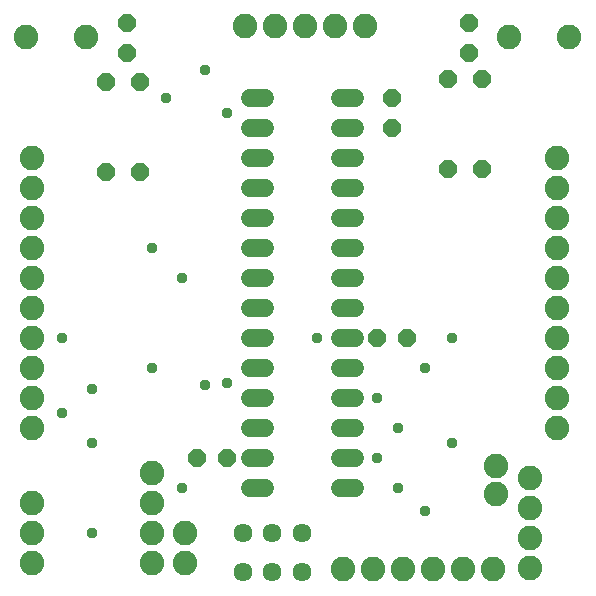
<source format=gbr>
G04 EAGLE Gerber RS-274X export*
G75*
%MOMM*%
%FSLAX34Y34*%
%LPD*%
%INSoldermask Top*%
%IPPOS*%
%AMOC8*
5,1,8,0,0,1.08239X$1,22.5*%
G01*
%ADD10P,1.649562X8X292.500000*%
%ADD11P,1.649562X8X22.500000*%
%ADD12P,1.649562X8X202.500000*%
%ADD13P,1.649562X8X112.500000*%
%ADD14C,1.524000*%
%ADD15C,2.082800*%
%ADD16C,1.611200*%
%ADD17C,0.959600*%


D10*
X330200Y419100D03*
X330200Y393700D03*
D11*
X317500Y215900D03*
X342900Y215900D03*
D12*
X190500Y114300D03*
X165100Y114300D03*
D10*
X394970Y482600D03*
X394970Y457200D03*
X105410Y482600D03*
X105410Y457200D03*
D13*
X377190Y359410D03*
X377190Y435610D03*
X116840Y356870D03*
X116840Y433070D03*
D10*
X406400Y435610D03*
X406400Y359410D03*
X87630Y433070D03*
X87630Y356870D03*
D14*
X209296Y419100D02*
X222504Y419100D01*
X222504Y393700D02*
X209296Y393700D01*
X209296Y368300D02*
X222504Y368300D01*
X222504Y342900D02*
X209296Y342900D01*
X209296Y317500D02*
X222504Y317500D01*
X222504Y292100D02*
X209296Y292100D01*
X209296Y266700D02*
X222504Y266700D01*
X222504Y241300D02*
X209296Y241300D01*
X209296Y215900D02*
X222504Y215900D01*
X222504Y190500D02*
X209296Y190500D01*
X209296Y165100D02*
X222504Y165100D01*
X222504Y139700D02*
X209296Y139700D01*
X209296Y114300D02*
X222504Y114300D01*
X222504Y88900D02*
X209296Y88900D01*
X285496Y88900D02*
X298704Y88900D01*
X298704Y114300D02*
X285496Y114300D01*
X285496Y139700D02*
X298704Y139700D01*
X298704Y165100D02*
X285496Y165100D01*
X285496Y190500D02*
X298704Y190500D01*
X298704Y215900D02*
X285496Y215900D01*
X285496Y241300D02*
X298704Y241300D01*
X298704Y266700D02*
X285496Y266700D01*
X285496Y292100D02*
X298704Y292100D01*
X298704Y317500D02*
X285496Y317500D01*
X285496Y342900D02*
X298704Y342900D01*
X298704Y368300D02*
X285496Y368300D01*
X285496Y393700D02*
X298704Y393700D01*
X298704Y419100D02*
X285496Y419100D01*
D15*
X417830Y107950D03*
X417830Y83820D03*
X469900Y368300D03*
X469900Y342900D03*
X469900Y317500D03*
X469900Y292100D03*
X469900Y266700D03*
X469900Y241300D03*
X469900Y215900D03*
X469900Y190500D03*
X469900Y165100D03*
X469900Y139700D03*
X25400Y241300D03*
X25400Y215900D03*
X25400Y190500D03*
X25400Y165100D03*
X25400Y139700D03*
X25400Y368300D03*
X25400Y342900D03*
X25400Y317500D03*
X25400Y292100D03*
X25400Y266700D03*
X25400Y76200D03*
X25400Y50800D03*
X25400Y25400D03*
X154940Y25400D03*
X154940Y50800D03*
D16*
X203600Y50790D03*
X228600Y50790D03*
X253600Y50790D03*
X253600Y17790D03*
X228600Y17790D03*
X203600Y17790D03*
D15*
X127000Y25400D03*
X127000Y50800D03*
X127000Y76200D03*
X127000Y101600D03*
X415290Y20320D03*
X389890Y20320D03*
X364490Y20320D03*
X339090Y20320D03*
X313690Y20320D03*
X288290Y20320D03*
X205740Y480060D03*
X231140Y480060D03*
X256540Y480060D03*
X281940Y480060D03*
X307340Y480060D03*
X447040Y21590D03*
X447040Y46990D03*
X447040Y72390D03*
X447040Y97790D03*
X429260Y471170D03*
X480060Y471170D03*
X71120Y471170D03*
X20320Y471170D03*
D17*
X76200Y50800D03*
X76200Y127000D03*
X76200Y172720D03*
X138430Y419100D03*
X171450Y176530D03*
X171450Y443230D03*
X190500Y177800D03*
X190500Y406400D03*
X317500Y165100D03*
X317500Y114300D03*
X335280Y139700D03*
X335280Y88900D03*
X266700Y215900D03*
X127000Y190500D03*
X127000Y292100D03*
X152400Y88900D03*
X152400Y266700D03*
X381000Y127000D03*
X381000Y215900D03*
X50800Y215900D03*
X50800Y152400D03*
X358140Y69850D03*
X358140Y190500D03*
M02*

</source>
